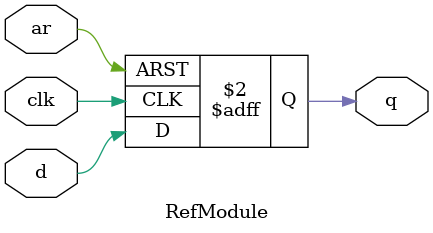
<source format=sv>

module RefModule (
  input clk,
  input d,
  input ar,
  output logic q
);

  always@(posedge clk or posedge ar) begin
    if (ar)
      q <= 0;
    else
      q <= d;
  end

endmodule


</source>
